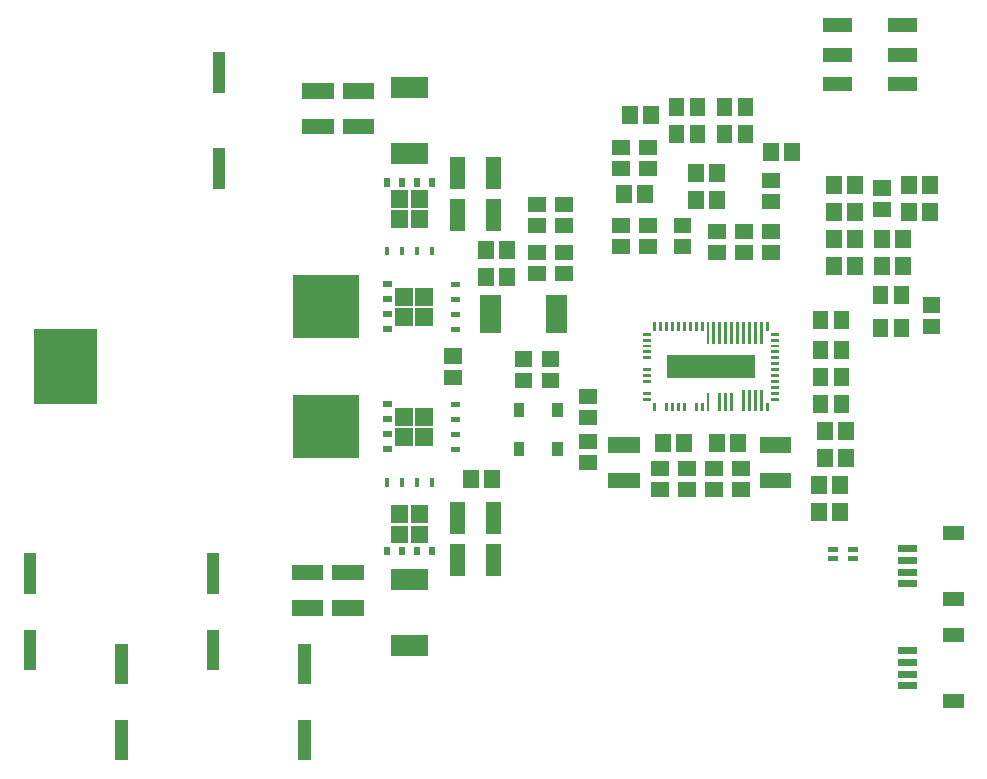
<source format=gbr>
G04 start of page 12 for group -4015 idx -4015 *
G04 Title: (unknown), toppaste *
G04 Creator: pcb 20140316 *
G04 CreationDate: Thu 02 Jul 2020 08:39:24 PM GMT UTC *
G04 For: railfan *
G04 Format: Gerber/RS-274X *
G04 PCB-Dimensions (mil): 4000.00 2950.00 *
G04 PCB-Coordinate-Origin: lower left *
%MOIN*%
%FSLAX25Y25*%
%LNTOPPASTE*%
%ADD159R,0.0470X0.0470*%
%ADD158R,0.0472X0.0472*%
%ADD157R,0.0236X0.0236*%
%ADD156R,0.0167X0.0167*%
%ADD155R,0.0787X0.0787*%
%ADD154R,0.0098X0.0098*%
%ADD153R,0.0360X0.0360*%
%ADD152R,0.0512X0.0512*%
%ADD151R,0.0709X0.0709*%
%ADD150C,0.0001*%
%ADD149R,0.0157X0.0157*%
%ADD148R,0.0197X0.0197*%
%ADD147R,0.2100X0.2100*%
%ADD146R,0.2080X0.2080*%
%ADD145R,0.0430X0.0430*%
G54D145*X107500Y53000D02*Y44000D01*
Y27500D02*Y18400D01*
X168500Y53000D02*Y44000D01*
Y27500D02*Y18400D01*
X138000Y57500D02*Y48500D01*
Y83100D02*Y74000D01*
X77000Y57500D02*Y48500D01*
Y83100D02*Y74000D01*
G54D146*X88900Y149600D02*Y145400D01*
G54D147*X175300Y127500D02*X176300D01*
X175300Y167500D02*X176300D01*
G54D148*X211000Y86555D02*Y85571D01*
X206000Y86555D02*Y85571D01*
X201000Y86555D02*Y85571D01*
X196000Y86555D02*Y85571D01*
G54D149*X206000Y109626D02*Y108248D01*
X201000Y109626D02*Y108248D01*
X196000Y109626D02*Y108248D01*
X211000Y109626D02*Y108248D01*
G54D150*G36*
X203894Y94547D02*Y88642D01*
X209799D01*
Y94547D01*
X203894D01*
G37*
G36*
Y101240D02*Y95335D01*
X209799D01*
Y101240D01*
X203894D01*
G37*
G36*
X197201D02*Y95335D01*
X203106D01*
Y101240D01*
X197201D01*
G37*
G36*
Y94547D02*Y88642D01*
X203106D01*
Y94547D01*
X197201D01*
G37*
G54D148*X195571Y160000D02*X196555D01*
X195571Y165000D02*X196555D01*
X195571Y170000D02*X196555D01*
X195571Y175000D02*X196555D01*
G54D149*X218248Y165000D02*X219626D01*
X218248Y170000D02*X219626D01*
X218248Y175000D02*X219626D01*
X218248Y160000D02*X219626D01*
G54D150*G36*
X198642Y167106D02*Y161201D01*
X204547D01*
Y167106D01*
X198642D01*
G37*
G36*
X205335D02*Y161201D01*
X211240D01*
Y167106D01*
X205335D01*
G37*
G36*
Y173799D02*Y167894D01*
X211240D01*
Y173799D01*
X205335D01*
G37*
G36*
X198642D02*Y167894D01*
X204547D01*
Y173799D01*
X198642D01*
G37*
G54D148*X195571Y120000D02*X196555D01*
X195571Y125000D02*X196555D01*
X195571Y130000D02*X196555D01*
X195571Y135000D02*X196555D01*
G54D149*X218248Y125000D02*X219626D01*
X218248Y130000D02*X219626D01*
X218248Y135000D02*X219626D01*
X218248Y120000D02*X219626D01*
G54D150*G36*
X198642Y127106D02*Y121201D01*
X204547D01*
Y127106D01*
X198642D01*
G37*
G36*
X205335D02*Y121201D01*
X211240D01*
Y127106D01*
X205335D01*
G37*
G36*
Y133799D02*Y127894D01*
X211240D01*
Y133799D01*
X205335D01*
G37*
G36*
X198642D02*Y127894D01*
X204547D01*
Y133799D01*
X198642D01*
G37*
G54D148*X196000Y209429D02*Y208445D01*
X201000Y209429D02*Y208445D01*
X206000Y209429D02*Y208445D01*
X211000Y209429D02*Y208445D01*
G54D149*X201000Y186752D02*Y185374D01*
X206000Y186752D02*Y185374D01*
X211000Y186752D02*Y185374D01*
X196000Y186752D02*Y185374D01*
G54D150*G36*
X197201Y206358D02*Y200453D01*
X203106D01*
Y206358D01*
X197201D01*
G37*
G36*
Y199665D02*Y193760D01*
X203106D01*
Y199665D01*
X197201D01*
G37*
G36*
X203894D02*Y193760D01*
X209799D01*
Y199665D01*
X203894D01*
G37*
G36*
Y206358D02*Y200453D01*
X209799D01*
Y206358D01*
X203894D01*
G37*
G54D151*X200744Y218476D02*X206256D01*
X200744Y240524D02*X206256D01*
G54D152*X219595Y214755D02*Y209245D01*
X231405Y214755D02*Y209245D01*
X219595Y200755D02*Y195245D01*
X231405Y200755D02*Y195245D01*
G54D145*X140000Y250200D02*Y240800D01*
Y218400D02*Y208900D01*
G54D152*X170245Y239405D02*X175755D01*
X170245Y227595D02*X175755D01*
X183745Y239405D02*X189255D01*
X183745Y227595D02*X189255D01*
X219595Y85755D02*Y80245D01*
X231405Y85755D02*Y80245D01*
X219595Y99755D02*Y94245D01*
X231405Y99755D02*Y94245D01*
G54D151*X200744Y54476D02*X206256D01*
X200744Y76524D02*X206256D01*
G54D152*X180245Y67095D02*X185755D01*
X180245Y78905D02*X185755D01*
X166745Y67095D02*X172255D01*
X166745Y78905D02*X172255D01*
X217607Y143957D02*X218393D01*
X217607Y151043D02*X218393D01*
X236043Y186893D02*Y186107D01*
X228957Y186893D02*Y186107D01*
X236043Y177893D02*Y177107D01*
X228957Y177893D02*Y177107D01*
X223957Y110393D02*Y109607D01*
X231043Y110393D02*Y109607D01*
G54D153*X240000Y133600D02*Y132400D01*
X252900Y133600D02*Y132400D01*
X240000Y120600D02*Y119400D01*
X252900Y120600D02*Y119400D01*
G54D152*X262607Y130457D02*X263393D01*
X262607Y137543D02*X263393D01*
X262607Y115500D02*X263393D01*
X262607Y122586D02*X263393D01*
X245607Y178457D02*X246393D01*
X245607Y185543D02*X246393D01*
X245607Y194457D02*X246393D01*
X245607Y201543D02*X246393D01*
X254607Y178457D02*X255393D01*
X254607Y185543D02*X255393D01*
X254607Y194457D02*X255393D01*
X254607Y201543D02*X255393D01*
G54D151*X252524Y167756D02*Y162244D01*
X230476Y167756D02*Y162244D01*
G54D152*X298957Y212393D02*Y211607D01*
X306043Y212393D02*Y211607D01*
X299543Y225393D02*Y224607D01*
X292457Y225393D02*Y224607D01*
X299543Y234393D02*Y233607D01*
X292457Y234393D02*Y233607D01*
X315543Y225393D02*Y224607D01*
X308457Y225393D02*Y224607D01*
X315543Y234393D02*Y233607D01*
X308457Y234393D02*Y233607D01*
X272245Y121405D02*X277755D01*
X272245Y109595D02*X277755D01*
X313607Y113543D02*X314393D01*
X313607Y106457D02*X314393D01*
X304607Y113543D02*X305393D01*
X304607Y106457D02*X305393D01*
X313043Y122393D02*Y121607D01*
X305957Y122393D02*Y121607D01*
X295607Y113543D02*X296393D01*
X295607Y106457D02*X296393D01*
X286607Y113543D02*X287393D01*
X286607Y106457D02*X287393D01*
X295043Y122393D02*Y121607D01*
X287957Y122393D02*Y121607D01*
X340457Y144393D02*Y143607D01*
X347543Y144393D02*Y143607D01*
X340457Y135393D02*Y134607D01*
X347543Y135393D02*Y134607D01*
Y153393D02*Y152607D01*
X340457Y153393D02*Y152607D01*
X352043Y181393D02*Y180607D01*
X344957Y181393D02*Y180607D01*
X352043Y190393D02*Y189607D01*
X344957Y190393D02*Y189607D01*
X360957Y190393D02*Y189607D01*
X368043Y190393D02*Y189607D01*
Y181393D02*Y180607D01*
X360957Y181393D02*Y180607D01*
X360607Y199957D02*X361393D01*
X360607Y207043D02*X361393D01*
X352043Y208393D02*Y207607D01*
X344957Y208393D02*Y207607D01*
X369957Y208393D02*Y207607D01*
X377043Y208393D02*Y207607D01*
Y199393D02*Y198607D01*
X369957Y199393D02*Y198607D01*
X352043Y199393D02*Y198607D01*
X344957Y199393D02*Y198607D01*
X282607Y187457D02*X283393D01*
X282607Y194543D02*X283393D01*
X273607D02*X274393D01*
X273607Y187457D02*X274393D01*
X282607Y213457D02*X283393D01*
X282607Y220543D02*X283393D01*
X274957Y205393D02*Y204607D01*
X282043Y205393D02*Y204607D01*
X273607Y213457D02*X274393D01*
X273607Y220543D02*X274393D01*
X284043Y231893D02*Y231107D01*
X276957Y231893D02*Y231107D01*
G54D154*X322701Y161772D02*Y160000D01*
X320732Y161772D02*Y155669D01*
X318764Y161772D02*Y155669D01*
X316795Y161772D02*Y155669D01*
X314827Y161772D02*Y155669D01*
X312858Y161772D02*Y155669D01*
X310890Y161772D02*Y155669D01*
X308921Y161772D02*Y155669D01*
X306953Y161772D02*Y155669D01*
X304984Y161772D02*Y155669D01*
X303016Y161772D02*Y155669D01*
X301047Y161772D02*Y160000D01*
X299079Y161772D02*Y160000D01*
X297110Y161772D02*Y160000D01*
X295142Y161772D02*Y160000D01*
X293173Y161772D02*Y160000D01*
X291205Y161772D02*Y160000D01*
X289236Y161772D02*Y160000D01*
X287268Y161772D02*Y160000D01*
X285299Y161772D02*Y160000D01*
X281854Y158327D02*X283626D01*
X281854Y156358D02*X283626D01*
X281854Y154390D02*X283626D01*
X281854Y152421D02*X283626D01*
X281854Y150453D02*X283626D01*
X281854Y146516D02*X283626D01*
X281854Y144547D02*X283626D01*
X281854Y142579D02*X283626D01*
X281854Y138642D02*X283626D01*
X281854Y136673D02*X283626D01*
X285299Y135000D02*Y133228D01*
X289236Y135000D02*Y133228D01*
X291205Y135000D02*Y133228D01*
X293173Y135000D02*Y133228D01*
X295142Y135000D02*Y133228D01*
X299079Y135000D02*Y133228D01*
X301047Y135000D02*Y133228D01*
X303016Y138150D02*Y133228D01*
X306953Y138150D02*Y133228D01*
X308921Y138150D02*Y133228D01*
X310890Y138150D02*Y133228D01*
X314827Y139331D02*Y133228D01*
X316795Y139331D02*Y133228D01*
X318764Y139331D02*Y133228D01*
X320732Y139331D02*Y133228D01*
X322701Y135000D02*Y133228D01*
X324374Y136673D02*X326146D01*
X324374Y138642D02*X326146D01*
X324374Y140610D02*X326146D01*
X324374Y142579D02*X326146D01*
X324374Y144547D02*X326146D01*
X324374Y146516D02*X326146D01*
X324374Y148484D02*X326146D01*
X324374Y150453D02*X326146D01*
X324374Y152421D02*X326146D01*
X324374Y154390D02*X326146D01*
X324374Y156358D02*X326146D01*
X324374Y158327D02*X326146D01*
G54D155*X293173Y147500D02*X314827D01*
G54D152*X322745Y121405D02*X328255D01*
X322745Y109595D02*X328255D01*
X341957Y117393D02*Y116607D01*
X349043Y117393D02*Y116607D01*
X347043Y108393D02*Y107607D01*
X339957Y108393D02*Y107607D01*
Y99393D02*Y98607D01*
X347043Y99393D02*Y98607D01*
X349043Y126393D02*Y125607D01*
X341957Y126393D02*Y125607D01*
X306043Y203393D02*Y202607D01*
X298957Y203393D02*Y202607D01*
X314607Y185457D02*X315393D01*
X314607Y192543D02*X315393D01*
X305607D02*X306393D01*
X305607Y185457D02*X306393D01*
X294107Y187457D02*X294893D01*
X294107Y194543D02*X294893D01*
X323607Y185457D02*X324393D01*
X323607Y192543D02*X324393D01*
X323607Y202457D02*X324393D01*
X323607Y209543D02*X324393D01*
X331043Y219393D02*Y218607D01*
X323957Y219393D02*Y218607D01*
X250107Y150043D02*X250893D01*
X250107Y142957D02*X250893D01*
X241107Y150043D02*X241893D01*
X241107Y142957D02*X241893D01*
X347543Y163393D02*Y162607D01*
X340457Y163393D02*Y162607D01*
G54D156*X350413Y83425D02*X352283D01*
X350413Y86575D02*X352283D01*
X343717D02*X345587D01*
X343717Y83425D02*X345587D01*
G54D157*X367630Y75094D02*X371370D01*
X367630Y79031D02*X371370D01*
X367630Y82969D02*X371370D01*
X367630Y86906D02*X371370D01*
G54D158*X383575Y69976D02*X385937D01*
X383575Y92024D02*X385937D01*
G54D157*X367630Y41094D02*X371370D01*
X367630Y45031D02*X371370D01*
X367630Y48969D02*X371370D01*
X367630Y52906D02*X371370D01*
G54D158*X383575Y35976D02*X385937D01*
X383575Y58024D02*X385937D01*
G54D152*X377107Y160957D02*X377893D01*
X377107Y168043D02*X377893D01*
X367543Y171893D02*Y171107D01*
X360457Y171893D02*Y171107D01*
X367543Y160893D02*Y160107D01*
X360457Y160893D02*Y160107D01*
G54D159*X343600Y241700D02*X348750D01*
X343600Y251500D02*X348750D01*
X343600Y261300D02*X348750D01*
X365250Y241700D02*X370400D01*
X365250Y251500D02*X370400D01*
X365250Y261300D02*X370400D01*
M02*

</source>
